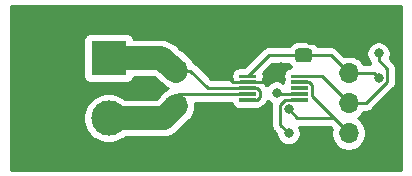
<source format=gbr>
G04 #@! TF.GenerationSoftware,KiCad,Pcbnew,5.1.5*
G04 #@! TF.CreationDate,2020-01-04T22:00:14+01:00*
G04 #@! TF.ProjectId,cs_ina220,63735f69-6e61-4323-9230-2e6b69636164,rev?*
G04 #@! TF.SameCoordinates,Original*
G04 #@! TF.FileFunction,Copper,L1,Top*
G04 #@! TF.FilePolarity,Positive*
%FSLAX46Y46*%
G04 Gerber Fmt 4.6, Leading zero omitted, Abs format (unit mm)*
G04 Created by KiCad (PCBNEW 5.1.5) date 2020-01-04 22:00:14*
%MOMM*%
%LPD*%
G04 APERTURE LIST*
%ADD10C,0.700000*%
%ADD11C,4.400000*%
%ADD12C,0.100000*%
%ADD13C,3.000000*%
%ADD14R,3.000000X3.000000*%
%ADD15O,1.700000X1.700000*%
%ADD16R,1.700000X1.700000*%
%ADD17C,0.800000*%
%ADD18C,0.250000*%
%ADD19C,2.000000*%
%ADD20C,0.254000*%
G04 APERTURE END LIST*
D10*
X121816726Y-94083274D03*
X120650000Y-93600000D03*
X119483274Y-94083274D03*
X119000000Y-95250000D03*
X119483274Y-96416726D03*
X120650000Y-96900000D03*
X121816726Y-96416726D03*
X122300000Y-95250000D03*
D11*
X120650000Y-95250000D03*
D10*
X121816726Y-86463274D03*
X120650000Y-85980000D03*
X119483274Y-86463274D03*
X119000000Y-87630000D03*
X119483274Y-88796726D03*
X120650000Y-89280000D03*
X121816726Y-88796726D03*
X122300000Y-87630000D03*
D11*
X120650000Y-87630000D03*
G04 #@! TA.AperFunction,SMDPad,CuDef*
D12*
G36*
X124187351Y-92290361D02*
G01*
X124194632Y-92291441D01*
X124201771Y-92293229D01*
X124208701Y-92295709D01*
X124215355Y-92298856D01*
X124221668Y-92302640D01*
X124227579Y-92307024D01*
X124233033Y-92311967D01*
X124237976Y-92317421D01*
X124242360Y-92323332D01*
X124246144Y-92329645D01*
X124249291Y-92336299D01*
X124251771Y-92343229D01*
X124253559Y-92350368D01*
X124254639Y-92357649D01*
X124255000Y-92365000D01*
X124255000Y-92515000D01*
X124254639Y-92522351D01*
X124253559Y-92529632D01*
X124251771Y-92536771D01*
X124249291Y-92543701D01*
X124246144Y-92550355D01*
X124242360Y-92556668D01*
X124237976Y-92562579D01*
X124233033Y-92568033D01*
X124227579Y-92572976D01*
X124221668Y-92577360D01*
X124215355Y-92581144D01*
X124208701Y-92584291D01*
X124201771Y-92586771D01*
X124194632Y-92588559D01*
X124187351Y-92589639D01*
X124180000Y-92590000D01*
X122880000Y-92590000D01*
X122872649Y-92589639D01*
X122865368Y-92588559D01*
X122858229Y-92586771D01*
X122851299Y-92584291D01*
X122844645Y-92581144D01*
X122838332Y-92577360D01*
X122832421Y-92572976D01*
X122826967Y-92568033D01*
X122822024Y-92562579D01*
X122817640Y-92556668D01*
X122813856Y-92550355D01*
X122810709Y-92543701D01*
X122808229Y-92536771D01*
X122806441Y-92529632D01*
X122805361Y-92522351D01*
X122805000Y-92515000D01*
X122805000Y-92365000D01*
X122805361Y-92357649D01*
X122806441Y-92350368D01*
X122808229Y-92343229D01*
X122810709Y-92336299D01*
X122813856Y-92329645D01*
X122817640Y-92323332D01*
X122822024Y-92317421D01*
X122826967Y-92311967D01*
X122832421Y-92307024D01*
X122838332Y-92302640D01*
X122844645Y-92298856D01*
X122851299Y-92295709D01*
X122858229Y-92293229D01*
X122865368Y-92291441D01*
X122872649Y-92290361D01*
X122880000Y-92290000D01*
X124180000Y-92290000D01*
X124187351Y-92290361D01*
G37*
G04 #@! TD.AperFunction*
G04 #@! TA.AperFunction,SMDPad,CuDef*
G36*
X124187351Y-91790361D02*
G01*
X124194632Y-91791441D01*
X124201771Y-91793229D01*
X124208701Y-91795709D01*
X124215355Y-91798856D01*
X124221668Y-91802640D01*
X124227579Y-91807024D01*
X124233033Y-91811967D01*
X124237976Y-91817421D01*
X124242360Y-91823332D01*
X124246144Y-91829645D01*
X124249291Y-91836299D01*
X124251771Y-91843229D01*
X124253559Y-91850368D01*
X124254639Y-91857649D01*
X124255000Y-91865000D01*
X124255000Y-92015000D01*
X124254639Y-92022351D01*
X124253559Y-92029632D01*
X124251771Y-92036771D01*
X124249291Y-92043701D01*
X124246144Y-92050355D01*
X124242360Y-92056668D01*
X124237976Y-92062579D01*
X124233033Y-92068033D01*
X124227579Y-92072976D01*
X124221668Y-92077360D01*
X124215355Y-92081144D01*
X124208701Y-92084291D01*
X124201771Y-92086771D01*
X124194632Y-92088559D01*
X124187351Y-92089639D01*
X124180000Y-92090000D01*
X122880000Y-92090000D01*
X122872649Y-92089639D01*
X122865368Y-92088559D01*
X122858229Y-92086771D01*
X122851299Y-92084291D01*
X122844645Y-92081144D01*
X122838332Y-92077360D01*
X122832421Y-92072976D01*
X122826967Y-92068033D01*
X122822024Y-92062579D01*
X122817640Y-92056668D01*
X122813856Y-92050355D01*
X122810709Y-92043701D01*
X122808229Y-92036771D01*
X122806441Y-92029632D01*
X122805361Y-92022351D01*
X122805000Y-92015000D01*
X122805000Y-91865000D01*
X122805361Y-91857649D01*
X122806441Y-91850368D01*
X122808229Y-91843229D01*
X122810709Y-91836299D01*
X122813856Y-91829645D01*
X122817640Y-91823332D01*
X122822024Y-91817421D01*
X122826967Y-91811967D01*
X122832421Y-91807024D01*
X122838332Y-91802640D01*
X122844645Y-91798856D01*
X122851299Y-91795709D01*
X122858229Y-91793229D01*
X122865368Y-91791441D01*
X122872649Y-91790361D01*
X122880000Y-91790000D01*
X124180000Y-91790000D01*
X124187351Y-91790361D01*
G37*
G04 #@! TD.AperFunction*
G04 #@! TA.AperFunction,SMDPad,CuDef*
G36*
X124187351Y-91290361D02*
G01*
X124194632Y-91291441D01*
X124201771Y-91293229D01*
X124208701Y-91295709D01*
X124215355Y-91298856D01*
X124221668Y-91302640D01*
X124227579Y-91307024D01*
X124233033Y-91311967D01*
X124237976Y-91317421D01*
X124242360Y-91323332D01*
X124246144Y-91329645D01*
X124249291Y-91336299D01*
X124251771Y-91343229D01*
X124253559Y-91350368D01*
X124254639Y-91357649D01*
X124255000Y-91365000D01*
X124255000Y-91515000D01*
X124254639Y-91522351D01*
X124253559Y-91529632D01*
X124251771Y-91536771D01*
X124249291Y-91543701D01*
X124246144Y-91550355D01*
X124242360Y-91556668D01*
X124237976Y-91562579D01*
X124233033Y-91568033D01*
X124227579Y-91572976D01*
X124221668Y-91577360D01*
X124215355Y-91581144D01*
X124208701Y-91584291D01*
X124201771Y-91586771D01*
X124194632Y-91588559D01*
X124187351Y-91589639D01*
X124180000Y-91590000D01*
X122880000Y-91590000D01*
X122872649Y-91589639D01*
X122865368Y-91588559D01*
X122858229Y-91586771D01*
X122851299Y-91584291D01*
X122844645Y-91581144D01*
X122838332Y-91577360D01*
X122832421Y-91572976D01*
X122826967Y-91568033D01*
X122822024Y-91562579D01*
X122817640Y-91556668D01*
X122813856Y-91550355D01*
X122810709Y-91543701D01*
X122808229Y-91536771D01*
X122806441Y-91529632D01*
X122805361Y-91522351D01*
X122805000Y-91515000D01*
X122805000Y-91365000D01*
X122805361Y-91357649D01*
X122806441Y-91350368D01*
X122808229Y-91343229D01*
X122810709Y-91336299D01*
X122813856Y-91329645D01*
X122817640Y-91323332D01*
X122822024Y-91317421D01*
X122826967Y-91311967D01*
X122832421Y-91307024D01*
X122838332Y-91302640D01*
X122844645Y-91298856D01*
X122851299Y-91295709D01*
X122858229Y-91293229D01*
X122865368Y-91291441D01*
X122872649Y-91290361D01*
X122880000Y-91290000D01*
X124180000Y-91290000D01*
X124187351Y-91290361D01*
G37*
G04 #@! TD.AperFunction*
G04 #@! TA.AperFunction,SMDPad,CuDef*
G36*
X124187351Y-90790361D02*
G01*
X124194632Y-90791441D01*
X124201771Y-90793229D01*
X124208701Y-90795709D01*
X124215355Y-90798856D01*
X124221668Y-90802640D01*
X124227579Y-90807024D01*
X124233033Y-90811967D01*
X124237976Y-90817421D01*
X124242360Y-90823332D01*
X124246144Y-90829645D01*
X124249291Y-90836299D01*
X124251771Y-90843229D01*
X124253559Y-90850368D01*
X124254639Y-90857649D01*
X124255000Y-90865000D01*
X124255000Y-91015000D01*
X124254639Y-91022351D01*
X124253559Y-91029632D01*
X124251771Y-91036771D01*
X124249291Y-91043701D01*
X124246144Y-91050355D01*
X124242360Y-91056668D01*
X124237976Y-91062579D01*
X124233033Y-91068033D01*
X124227579Y-91072976D01*
X124221668Y-91077360D01*
X124215355Y-91081144D01*
X124208701Y-91084291D01*
X124201771Y-91086771D01*
X124194632Y-91088559D01*
X124187351Y-91089639D01*
X124180000Y-91090000D01*
X122880000Y-91090000D01*
X122872649Y-91089639D01*
X122865368Y-91088559D01*
X122858229Y-91086771D01*
X122851299Y-91084291D01*
X122844645Y-91081144D01*
X122838332Y-91077360D01*
X122832421Y-91072976D01*
X122826967Y-91068033D01*
X122822024Y-91062579D01*
X122817640Y-91056668D01*
X122813856Y-91050355D01*
X122810709Y-91043701D01*
X122808229Y-91036771D01*
X122806441Y-91029632D01*
X122805361Y-91022351D01*
X122805000Y-91015000D01*
X122805000Y-90865000D01*
X122805361Y-90857649D01*
X122806441Y-90850368D01*
X122808229Y-90843229D01*
X122810709Y-90836299D01*
X122813856Y-90829645D01*
X122817640Y-90823332D01*
X122822024Y-90817421D01*
X122826967Y-90811967D01*
X122832421Y-90807024D01*
X122838332Y-90802640D01*
X122844645Y-90798856D01*
X122851299Y-90795709D01*
X122858229Y-90793229D01*
X122865368Y-90791441D01*
X122872649Y-90790361D01*
X122880000Y-90790000D01*
X124180000Y-90790000D01*
X124187351Y-90790361D01*
G37*
G04 #@! TD.AperFunction*
G04 #@! TA.AperFunction,SMDPad,CuDef*
G36*
X124187351Y-90290361D02*
G01*
X124194632Y-90291441D01*
X124201771Y-90293229D01*
X124208701Y-90295709D01*
X124215355Y-90298856D01*
X124221668Y-90302640D01*
X124227579Y-90307024D01*
X124233033Y-90311967D01*
X124237976Y-90317421D01*
X124242360Y-90323332D01*
X124246144Y-90329645D01*
X124249291Y-90336299D01*
X124251771Y-90343229D01*
X124253559Y-90350368D01*
X124254639Y-90357649D01*
X124255000Y-90365000D01*
X124255000Y-90515000D01*
X124254639Y-90522351D01*
X124253559Y-90529632D01*
X124251771Y-90536771D01*
X124249291Y-90543701D01*
X124246144Y-90550355D01*
X124242360Y-90556668D01*
X124237976Y-90562579D01*
X124233033Y-90568033D01*
X124227579Y-90572976D01*
X124221668Y-90577360D01*
X124215355Y-90581144D01*
X124208701Y-90584291D01*
X124201771Y-90586771D01*
X124194632Y-90588559D01*
X124187351Y-90589639D01*
X124180000Y-90590000D01*
X122880000Y-90590000D01*
X122872649Y-90589639D01*
X122865368Y-90588559D01*
X122858229Y-90586771D01*
X122851299Y-90584291D01*
X122844645Y-90581144D01*
X122838332Y-90577360D01*
X122832421Y-90572976D01*
X122826967Y-90568033D01*
X122822024Y-90562579D01*
X122817640Y-90556668D01*
X122813856Y-90550355D01*
X122810709Y-90543701D01*
X122808229Y-90536771D01*
X122806441Y-90529632D01*
X122805361Y-90522351D01*
X122805000Y-90515000D01*
X122805000Y-90365000D01*
X122805361Y-90357649D01*
X122806441Y-90350368D01*
X122808229Y-90343229D01*
X122810709Y-90336299D01*
X122813856Y-90329645D01*
X122817640Y-90323332D01*
X122822024Y-90317421D01*
X122826967Y-90311967D01*
X122832421Y-90307024D01*
X122838332Y-90302640D01*
X122844645Y-90298856D01*
X122851299Y-90295709D01*
X122858229Y-90293229D01*
X122865368Y-90291441D01*
X122872649Y-90290361D01*
X122880000Y-90290000D01*
X124180000Y-90290000D01*
X124187351Y-90290361D01*
G37*
G04 #@! TD.AperFunction*
G04 #@! TA.AperFunction,SMDPad,CuDef*
G36*
X128587351Y-90290361D02*
G01*
X128594632Y-90291441D01*
X128601771Y-90293229D01*
X128608701Y-90295709D01*
X128615355Y-90298856D01*
X128621668Y-90302640D01*
X128627579Y-90307024D01*
X128633033Y-90311967D01*
X128637976Y-90317421D01*
X128642360Y-90323332D01*
X128646144Y-90329645D01*
X128649291Y-90336299D01*
X128651771Y-90343229D01*
X128653559Y-90350368D01*
X128654639Y-90357649D01*
X128655000Y-90365000D01*
X128655000Y-90515000D01*
X128654639Y-90522351D01*
X128653559Y-90529632D01*
X128651771Y-90536771D01*
X128649291Y-90543701D01*
X128646144Y-90550355D01*
X128642360Y-90556668D01*
X128637976Y-90562579D01*
X128633033Y-90568033D01*
X128627579Y-90572976D01*
X128621668Y-90577360D01*
X128615355Y-90581144D01*
X128608701Y-90584291D01*
X128601771Y-90586771D01*
X128594632Y-90588559D01*
X128587351Y-90589639D01*
X128580000Y-90590000D01*
X127280000Y-90590000D01*
X127272649Y-90589639D01*
X127265368Y-90588559D01*
X127258229Y-90586771D01*
X127251299Y-90584291D01*
X127244645Y-90581144D01*
X127238332Y-90577360D01*
X127232421Y-90572976D01*
X127226967Y-90568033D01*
X127222024Y-90562579D01*
X127217640Y-90556668D01*
X127213856Y-90550355D01*
X127210709Y-90543701D01*
X127208229Y-90536771D01*
X127206441Y-90529632D01*
X127205361Y-90522351D01*
X127205000Y-90515000D01*
X127205000Y-90365000D01*
X127205361Y-90357649D01*
X127206441Y-90350368D01*
X127208229Y-90343229D01*
X127210709Y-90336299D01*
X127213856Y-90329645D01*
X127217640Y-90323332D01*
X127222024Y-90317421D01*
X127226967Y-90311967D01*
X127232421Y-90307024D01*
X127238332Y-90302640D01*
X127244645Y-90298856D01*
X127251299Y-90295709D01*
X127258229Y-90293229D01*
X127265368Y-90291441D01*
X127272649Y-90290361D01*
X127280000Y-90290000D01*
X128580000Y-90290000D01*
X128587351Y-90290361D01*
G37*
G04 #@! TD.AperFunction*
G04 #@! TA.AperFunction,SMDPad,CuDef*
G36*
X128587351Y-90790361D02*
G01*
X128594632Y-90791441D01*
X128601771Y-90793229D01*
X128608701Y-90795709D01*
X128615355Y-90798856D01*
X128621668Y-90802640D01*
X128627579Y-90807024D01*
X128633033Y-90811967D01*
X128637976Y-90817421D01*
X128642360Y-90823332D01*
X128646144Y-90829645D01*
X128649291Y-90836299D01*
X128651771Y-90843229D01*
X128653559Y-90850368D01*
X128654639Y-90857649D01*
X128655000Y-90865000D01*
X128655000Y-91015000D01*
X128654639Y-91022351D01*
X128653559Y-91029632D01*
X128651771Y-91036771D01*
X128649291Y-91043701D01*
X128646144Y-91050355D01*
X128642360Y-91056668D01*
X128637976Y-91062579D01*
X128633033Y-91068033D01*
X128627579Y-91072976D01*
X128621668Y-91077360D01*
X128615355Y-91081144D01*
X128608701Y-91084291D01*
X128601771Y-91086771D01*
X128594632Y-91088559D01*
X128587351Y-91089639D01*
X128580000Y-91090000D01*
X127280000Y-91090000D01*
X127272649Y-91089639D01*
X127265368Y-91088559D01*
X127258229Y-91086771D01*
X127251299Y-91084291D01*
X127244645Y-91081144D01*
X127238332Y-91077360D01*
X127232421Y-91072976D01*
X127226967Y-91068033D01*
X127222024Y-91062579D01*
X127217640Y-91056668D01*
X127213856Y-91050355D01*
X127210709Y-91043701D01*
X127208229Y-91036771D01*
X127206441Y-91029632D01*
X127205361Y-91022351D01*
X127205000Y-91015000D01*
X127205000Y-90865000D01*
X127205361Y-90857649D01*
X127206441Y-90850368D01*
X127208229Y-90843229D01*
X127210709Y-90836299D01*
X127213856Y-90829645D01*
X127217640Y-90823332D01*
X127222024Y-90817421D01*
X127226967Y-90811967D01*
X127232421Y-90807024D01*
X127238332Y-90802640D01*
X127244645Y-90798856D01*
X127251299Y-90795709D01*
X127258229Y-90793229D01*
X127265368Y-90791441D01*
X127272649Y-90790361D01*
X127280000Y-90790000D01*
X128580000Y-90790000D01*
X128587351Y-90790361D01*
G37*
G04 #@! TD.AperFunction*
G04 #@! TA.AperFunction,SMDPad,CuDef*
G36*
X128587351Y-91290361D02*
G01*
X128594632Y-91291441D01*
X128601771Y-91293229D01*
X128608701Y-91295709D01*
X128615355Y-91298856D01*
X128621668Y-91302640D01*
X128627579Y-91307024D01*
X128633033Y-91311967D01*
X128637976Y-91317421D01*
X128642360Y-91323332D01*
X128646144Y-91329645D01*
X128649291Y-91336299D01*
X128651771Y-91343229D01*
X128653559Y-91350368D01*
X128654639Y-91357649D01*
X128655000Y-91365000D01*
X128655000Y-91515000D01*
X128654639Y-91522351D01*
X128653559Y-91529632D01*
X128651771Y-91536771D01*
X128649291Y-91543701D01*
X128646144Y-91550355D01*
X128642360Y-91556668D01*
X128637976Y-91562579D01*
X128633033Y-91568033D01*
X128627579Y-91572976D01*
X128621668Y-91577360D01*
X128615355Y-91581144D01*
X128608701Y-91584291D01*
X128601771Y-91586771D01*
X128594632Y-91588559D01*
X128587351Y-91589639D01*
X128580000Y-91590000D01*
X127280000Y-91590000D01*
X127272649Y-91589639D01*
X127265368Y-91588559D01*
X127258229Y-91586771D01*
X127251299Y-91584291D01*
X127244645Y-91581144D01*
X127238332Y-91577360D01*
X127232421Y-91572976D01*
X127226967Y-91568033D01*
X127222024Y-91562579D01*
X127217640Y-91556668D01*
X127213856Y-91550355D01*
X127210709Y-91543701D01*
X127208229Y-91536771D01*
X127206441Y-91529632D01*
X127205361Y-91522351D01*
X127205000Y-91515000D01*
X127205000Y-91365000D01*
X127205361Y-91357649D01*
X127206441Y-91350368D01*
X127208229Y-91343229D01*
X127210709Y-91336299D01*
X127213856Y-91329645D01*
X127217640Y-91323332D01*
X127222024Y-91317421D01*
X127226967Y-91311967D01*
X127232421Y-91307024D01*
X127238332Y-91302640D01*
X127244645Y-91298856D01*
X127251299Y-91295709D01*
X127258229Y-91293229D01*
X127265368Y-91291441D01*
X127272649Y-91290361D01*
X127280000Y-91290000D01*
X128580000Y-91290000D01*
X128587351Y-91290361D01*
G37*
G04 #@! TD.AperFunction*
G04 #@! TA.AperFunction,SMDPad,CuDef*
G36*
X128587351Y-91790361D02*
G01*
X128594632Y-91791441D01*
X128601771Y-91793229D01*
X128608701Y-91795709D01*
X128615355Y-91798856D01*
X128621668Y-91802640D01*
X128627579Y-91807024D01*
X128633033Y-91811967D01*
X128637976Y-91817421D01*
X128642360Y-91823332D01*
X128646144Y-91829645D01*
X128649291Y-91836299D01*
X128651771Y-91843229D01*
X128653559Y-91850368D01*
X128654639Y-91857649D01*
X128655000Y-91865000D01*
X128655000Y-92015000D01*
X128654639Y-92022351D01*
X128653559Y-92029632D01*
X128651771Y-92036771D01*
X128649291Y-92043701D01*
X128646144Y-92050355D01*
X128642360Y-92056668D01*
X128637976Y-92062579D01*
X128633033Y-92068033D01*
X128627579Y-92072976D01*
X128621668Y-92077360D01*
X128615355Y-92081144D01*
X128608701Y-92084291D01*
X128601771Y-92086771D01*
X128594632Y-92088559D01*
X128587351Y-92089639D01*
X128580000Y-92090000D01*
X127280000Y-92090000D01*
X127272649Y-92089639D01*
X127265368Y-92088559D01*
X127258229Y-92086771D01*
X127251299Y-92084291D01*
X127244645Y-92081144D01*
X127238332Y-92077360D01*
X127232421Y-92072976D01*
X127226967Y-92068033D01*
X127222024Y-92062579D01*
X127217640Y-92056668D01*
X127213856Y-92050355D01*
X127210709Y-92043701D01*
X127208229Y-92036771D01*
X127206441Y-92029632D01*
X127205361Y-92022351D01*
X127205000Y-92015000D01*
X127205000Y-91865000D01*
X127205361Y-91857649D01*
X127206441Y-91850368D01*
X127208229Y-91843229D01*
X127210709Y-91836299D01*
X127213856Y-91829645D01*
X127217640Y-91823332D01*
X127222024Y-91817421D01*
X127226967Y-91811967D01*
X127232421Y-91807024D01*
X127238332Y-91802640D01*
X127244645Y-91798856D01*
X127251299Y-91795709D01*
X127258229Y-91793229D01*
X127265368Y-91791441D01*
X127272649Y-91790361D01*
X127280000Y-91790000D01*
X128580000Y-91790000D01*
X128587351Y-91790361D01*
G37*
G04 #@! TD.AperFunction*
G04 #@! TA.AperFunction,SMDPad,CuDef*
G36*
X128587351Y-92290361D02*
G01*
X128594632Y-92291441D01*
X128601771Y-92293229D01*
X128608701Y-92295709D01*
X128615355Y-92298856D01*
X128621668Y-92302640D01*
X128627579Y-92307024D01*
X128633033Y-92311967D01*
X128637976Y-92317421D01*
X128642360Y-92323332D01*
X128646144Y-92329645D01*
X128649291Y-92336299D01*
X128651771Y-92343229D01*
X128653559Y-92350368D01*
X128654639Y-92357649D01*
X128655000Y-92365000D01*
X128655000Y-92515000D01*
X128654639Y-92522351D01*
X128653559Y-92529632D01*
X128651771Y-92536771D01*
X128649291Y-92543701D01*
X128646144Y-92550355D01*
X128642360Y-92556668D01*
X128637976Y-92562579D01*
X128633033Y-92568033D01*
X128627579Y-92572976D01*
X128621668Y-92577360D01*
X128615355Y-92581144D01*
X128608701Y-92584291D01*
X128601771Y-92586771D01*
X128594632Y-92588559D01*
X128587351Y-92589639D01*
X128580000Y-92590000D01*
X127280000Y-92590000D01*
X127272649Y-92589639D01*
X127265368Y-92588559D01*
X127258229Y-92586771D01*
X127251299Y-92584291D01*
X127244645Y-92581144D01*
X127238332Y-92577360D01*
X127232421Y-92572976D01*
X127226967Y-92568033D01*
X127222024Y-92562579D01*
X127217640Y-92556668D01*
X127213856Y-92550355D01*
X127210709Y-92543701D01*
X127208229Y-92536771D01*
X127206441Y-92529632D01*
X127205361Y-92522351D01*
X127205000Y-92515000D01*
X127205000Y-92365000D01*
X127205361Y-92357649D01*
X127206441Y-92350368D01*
X127208229Y-92343229D01*
X127210709Y-92336299D01*
X127213856Y-92329645D01*
X127217640Y-92323332D01*
X127222024Y-92317421D01*
X127226967Y-92311967D01*
X127232421Y-92307024D01*
X127238332Y-92302640D01*
X127244645Y-92298856D01*
X127251299Y-92295709D01*
X127258229Y-92293229D01*
X127265368Y-92291441D01*
X127272649Y-92290361D01*
X127280000Y-92290000D01*
X128580000Y-92290000D01*
X128587351Y-92290361D01*
G37*
G04 #@! TD.AperFunction*
G04 #@! TA.AperFunction,SMDPad,CuDef*
G36*
X118124504Y-92216204D02*
G01*
X118148773Y-92219804D01*
X118172571Y-92225765D01*
X118195671Y-92234030D01*
X118217849Y-92244520D01*
X118238893Y-92257133D01*
X118258598Y-92271747D01*
X118276777Y-92288223D01*
X118293253Y-92306402D01*
X118307867Y-92326107D01*
X118320480Y-92347151D01*
X118330970Y-92369329D01*
X118339235Y-92392429D01*
X118345196Y-92416227D01*
X118348796Y-92440496D01*
X118350000Y-92465000D01*
X118350000Y-93390000D01*
X118348796Y-93414504D01*
X118345196Y-93438773D01*
X118339235Y-93462571D01*
X118330970Y-93485671D01*
X118320480Y-93507849D01*
X118307867Y-93528893D01*
X118293253Y-93548598D01*
X118276777Y-93566777D01*
X118258598Y-93583253D01*
X118238893Y-93597867D01*
X118217849Y-93610480D01*
X118195671Y-93620970D01*
X118172571Y-93629235D01*
X118148773Y-93635196D01*
X118124504Y-93638796D01*
X118100000Y-93640000D01*
X116850000Y-93640000D01*
X116825496Y-93638796D01*
X116801227Y-93635196D01*
X116777429Y-93629235D01*
X116754329Y-93620970D01*
X116732151Y-93610480D01*
X116711107Y-93597867D01*
X116691402Y-93583253D01*
X116673223Y-93566777D01*
X116656747Y-93548598D01*
X116642133Y-93528893D01*
X116629520Y-93507849D01*
X116619030Y-93485671D01*
X116610765Y-93462571D01*
X116604804Y-93438773D01*
X116601204Y-93414504D01*
X116600000Y-93390000D01*
X116600000Y-92465000D01*
X116601204Y-92440496D01*
X116604804Y-92416227D01*
X116610765Y-92392429D01*
X116619030Y-92369329D01*
X116629520Y-92347151D01*
X116642133Y-92326107D01*
X116656747Y-92306402D01*
X116673223Y-92288223D01*
X116691402Y-92271747D01*
X116711107Y-92257133D01*
X116732151Y-92244520D01*
X116754329Y-92234030D01*
X116777429Y-92225765D01*
X116801227Y-92219804D01*
X116825496Y-92216204D01*
X116850000Y-92215000D01*
X118100000Y-92215000D01*
X118124504Y-92216204D01*
G37*
G04 #@! TD.AperFunction*
G04 #@! TA.AperFunction,SMDPad,CuDef*
G36*
X118124504Y-89241204D02*
G01*
X118148773Y-89244804D01*
X118172571Y-89250765D01*
X118195671Y-89259030D01*
X118217849Y-89269520D01*
X118238893Y-89282133D01*
X118258598Y-89296747D01*
X118276777Y-89313223D01*
X118293253Y-89331402D01*
X118307867Y-89351107D01*
X118320480Y-89372151D01*
X118330970Y-89394329D01*
X118339235Y-89417429D01*
X118345196Y-89441227D01*
X118348796Y-89465496D01*
X118350000Y-89490000D01*
X118350000Y-90415000D01*
X118348796Y-90439504D01*
X118345196Y-90463773D01*
X118339235Y-90487571D01*
X118330970Y-90510671D01*
X118320480Y-90532849D01*
X118307867Y-90553893D01*
X118293253Y-90573598D01*
X118276777Y-90591777D01*
X118258598Y-90608253D01*
X118238893Y-90622867D01*
X118217849Y-90635480D01*
X118195671Y-90645970D01*
X118172571Y-90654235D01*
X118148773Y-90660196D01*
X118124504Y-90663796D01*
X118100000Y-90665000D01*
X116850000Y-90665000D01*
X116825496Y-90663796D01*
X116801227Y-90660196D01*
X116777429Y-90654235D01*
X116754329Y-90645970D01*
X116732151Y-90635480D01*
X116711107Y-90622867D01*
X116691402Y-90608253D01*
X116673223Y-90591777D01*
X116656747Y-90573598D01*
X116642133Y-90553893D01*
X116629520Y-90532849D01*
X116619030Y-90510671D01*
X116610765Y-90487571D01*
X116604804Y-90463773D01*
X116601204Y-90439504D01*
X116600000Y-90415000D01*
X116600000Y-89490000D01*
X116601204Y-89465496D01*
X116604804Y-89441227D01*
X116610765Y-89417429D01*
X116619030Y-89394329D01*
X116629520Y-89372151D01*
X116642133Y-89351107D01*
X116656747Y-89331402D01*
X116673223Y-89313223D01*
X116691402Y-89296747D01*
X116711107Y-89282133D01*
X116732151Y-89269520D01*
X116754329Y-89259030D01*
X116777429Y-89250765D01*
X116801227Y-89244804D01*
X116825496Y-89241204D01*
X116850000Y-89240000D01*
X118100000Y-89240000D01*
X118124504Y-89241204D01*
G37*
G04 #@! TD.AperFunction*
D13*
X111760000Y-93980000D03*
D14*
X111760000Y-88900000D03*
D15*
X132080000Y-95250000D03*
X132080000Y-92710000D03*
X132080000Y-90170000D03*
D16*
X132080000Y-87630000D03*
G04 #@! TA.AperFunction,SMDPad,CuDef*
D12*
G36*
X128744505Y-88081204D02*
G01*
X128768773Y-88084804D01*
X128792572Y-88090765D01*
X128815671Y-88099030D01*
X128837850Y-88109520D01*
X128858893Y-88122132D01*
X128878599Y-88136747D01*
X128896777Y-88153223D01*
X128913253Y-88171401D01*
X128927868Y-88191107D01*
X128940480Y-88212150D01*
X128950970Y-88234329D01*
X128959235Y-88257428D01*
X128965196Y-88281227D01*
X128968796Y-88305495D01*
X128970000Y-88329999D01*
X128970000Y-88980001D01*
X128968796Y-89004505D01*
X128965196Y-89028773D01*
X128959235Y-89052572D01*
X128950970Y-89075671D01*
X128940480Y-89097850D01*
X128927868Y-89118893D01*
X128913253Y-89138599D01*
X128896777Y-89156777D01*
X128878599Y-89173253D01*
X128858893Y-89187868D01*
X128837850Y-89200480D01*
X128815671Y-89210970D01*
X128792572Y-89219235D01*
X128768773Y-89225196D01*
X128744505Y-89228796D01*
X128720001Y-89230000D01*
X127819999Y-89230000D01*
X127795495Y-89228796D01*
X127771227Y-89225196D01*
X127747428Y-89219235D01*
X127724329Y-89210970D01*
X127702150Y-89200480D01*
X127681107Y-89187868D01*
X127661401Y-89173253D01*
X127643223Y-89156777D01*
X127626747Y-89138599D01*
X127612132Y-89118893D01*
X127599520Y-89097850D01*
X127589030Y-89075671D01*
X127580765Y-89052572D01*
X127574804Y-89028773D01*
X127571204Y-89004505D01*
X127570000Y-88980001D01*
X127570000Y-88329999D01*
X127571204Y-88305495D01*
X127574804Y-88281227D01*
X127580765Y-88257428D01*
X127589030Y-88234329D01*
X127599520Y-88212150D01*
X127612132Y-88191107D01*
X127626747Y-88171401D01*
X127643223Y-88153223D01*
X127661401Y-88136747D01*
X127681107Y-88122132D01*
X127702150Y-88109520D01*
X127724329Y-88099030D01*
X127747428Y-88090765D01*
X127771227Y-88084804D01*
X127795495Y-88081204D01*
X127819999Y-88080000D01*
X128720001Y-88080000D01*
X128744505Y-88081204D01*
G37*
G04 #@! TD.AperFunction*
G04 #@! TA.AperFunction,SMDPad,CuDef*
G36*
X128744505Y-86031204D02*
G01*
X128768773Y-86034804D01*
X128792572Y-86040765D01*
X128815671Y-86049030D01*
X128837850Y-86059520D01*
X128858893Y-86072132D01*
X128878599Y-86086747D01*
X128896777Y-86103223D01*
X128913253Y-86121401D01*
X128927868Y-86141107D01*
X128940480Y-86162150D01*
X128950970Y-86184329D01*
X128959235Y-86207428D01*
X128965196Y-86231227D01*
X128968796Y-86255495D01*
X128970000Y-86279999D01*
X128970000Y-86930001D01*
X128968796Y-86954505D01*
X128965196Y-86978773D01*
X128959235Y-87002572D01*
X128950970Y-87025671D01*
X128940480Y-87047850D01*
X128927868Y-87068893D01*
X128913253Y-87088599D01*
X128896777Y-87106777D01*
X128878599Y-87123253D01*
X128858893Y-87137868D01*
X128837850Y-87150480D01*
X128815671Y-87160970D01*
X128792572Y-87169235D01*
X128768773Y-87175196D01*
X128744505Y-87178796D01*
X128720001Y-87180000D01*
X127819999Y-87180000D01*
X127795495Y-87178796D01*
X127771227Y-87175196D01*
X127747428Y-87169235D01*
X127724329Y-87160970D01*
X127702150Y-87150480D01*
X127681107Y-87137868D01*
X127661401Y-87123253D01*
X127643223Y-87106777D01*
X127626747Y-87088599D01*
X127612132Y-87068893D01*
X127599520Y-87047850D01*
X127589030Y-87025671D01*
X127580765Y-87002572D01*
X127574804Y-86978773D01*
X127571204Y-86954505D01*
X127570000Y-86930001D01*
X127570000Y-86279999D01*
X127571204Y-86255495D01*
X127574804Y-86231227D01*
X127580765Y-86207428D01*
X127589030Y-86184329D01*
X127599520Y-86162150D01*
X127612132Y-86141107D01*
X127626747Y-86121401D01*
X127643223Y-86103223D01*
X127661401Y-86086747D01*
X127681107Y-86072132D01*
X127702150Y-86059520D01*
X127724329Y-86049030D01*
X127747428Y-86040765D01*
X127771227Y-86034804D01*
X127795495Y-86031204D01*
X127819999Y-86030000D01*
X128720001Y-86030000D01*
X128744505Y-86031204D01*
G37*
G04 #@! TD.AperFunction*
D17*
X134620000Y-90560000D03*
X127000000Y-97282000D03*
X126365000Y-89662000D03*
X127000000Y-93250000D03*
X134620000Y-88510000D03*
X127000000Y-95250000D03*
X125984000Y-91821000D03*
D18*
X130565000Y-88655000D02*
X132080000Y-90170000D01*
X128270000Y-88655000D02*
X130565000Y-88655000D01*
X125315000Y-88655000D02*
X128270000Y-88655000D01*
X123530000Y-90440000D02*
X125315000Y-88655000D01*
X132080000Y-90170000D02*
X134230000Y-90170000D01*
X134230000Y-90170000D02*
X134620000Y-90560000D01*
X128270000Y-87180000D02*
X128270000Y-86605000D01*
X128720000Y-87630000D02*
X128270000Y-87180000D01*
X132080000Y-87630000D02*
X128720000Y-87630000D01*
X125468000Y-90940000D02*
X126873000Y-89535000D01*
X123530000Y-90940000D02*
X125468000Y-90940000D01*
X123530000Y-90940000D02*
X122309000Y-90940000D01*
X122309000Y-90940000D02*
X121539000Y-90170000D01*
X119040000Y-93980000D02*
X119380000Y-93640000D01*
X119380000Y-89240000D02*
X119040000Y-88900000D01*
X120650000Y-89280000D02*
X120650000Y-87630000D01*
X121539000Y-90169000D02*
X120650000Y-89280000D01*
X121539000Y-90170000D02*
X121539000Y-90169000D01*
X128980010Y-91199308D02*
X128720702Y-90940000D01*
X128720702Y-90940000D02*
X127930000Y-90940000D01*
X128980010Y-92150010D02*
X128980010Y-91199308D01*
X130810000Y-93980000D02*
X127730000Y-93980000D01*
X127730000Y-93980000D02*
X127000000Y-93250000D01*
X130810000Y-93980000D02*
X128980010Y-92150010D01*
X132080000Y-95250000D02*
X130810000Y-93980000D01*
X129810000Y-90440000D02*
X127930000Y-90440000D01*
X132080000Y-92710000D02*
X129810000Y-90440000D01*
X133282081Y-92710000D02*
X132080000Y-92710000D01*
X133543002Y-92710000D02*
X133282081Y-92710000D01*
X135345001Y-90908001D02*
X133543002Y-92710000D01*
X135345001Y-89810001D02*
X135345001Y-90908001D01*
X134620000Y-89085000D02*
X135345001Y-89810001D01*
X134620000Y-88510000D02*
X134620000Y-89085000D01*
X126274999Y-94524999D02*
X127000000Y-95250000D01*
X126274999Y-92901999D02*
X126274999Y-94524999D01*
X126736998Y-92440000D02*
X126274999Y-92901999D01*
X127930000Y-92440000D02*
X126736998Y-92440000D01*
X126103000Y-91940000D02*
X127930000Y-91940000D01*
X125984000Y-91821000D02*
X126103000Y-91940000D01*
X117475000Y-92215000D02*
X117475000Y-92927500D01*
X117750000Y-91940000D02*
X117475000Y-92215000D01*
X123530000Y-91940000D02*
X117750000Y-91940000D01*
D19*
X117475000Y-92927500D02*
X116422500Y-93980000D01*
X116422500Y-93980000D02*
X111760000Y-93980000D01*
D18*
X124320702Y-91440000D02*
X124255000Y-91440000D01*
X124580010Y-91699308D02*
X124320702Y-91440000D01*
X124580010Y-92180692D02*
X124580010Y-91699308D01*
X124255000Y-91440000D02*
X123530000Y-91440000D01*
X124320702Y-92440000D02*
X124580010Y-92180692D01*
X123530000Y-92440000D02*
X124320702Y-92440000D01*
X118667500Y-89952500D02*
X117475000Y-89952500D01*
X123530000Y-91440000D02*
X120155000Y-91440000D01*
X120155000Y-91440000D02*
X118667500Y-89952500D01*
X112812500Y-89952500D02*
X111760000Y-88900000D01*
D19*
X116205000Y-88900000D02*
X111542500Y-88900000D01*
D18*
X117475000Y-89952500D02*
X117475000Y-89240000D01*
D19*
X117475000Y-89952500D02*
X116205000Y-88900000D01*
D20*
G36*
X136500000Y-98400000D02*
G01*
X103530000Y-98400000D01*
X103530000Y-87400000D01*
X109621928Y-87400000D01*
X109621928Y-90400000D01*
X109634188Y-90524482D01*
X109670498Y-90644180D01*
X109729463Y-90754494D01*
X109808815Y-90851185D01*
X109905506Y-90930537D01*
X110015820Y-90989502D01*
X110135518Y-91025812D01*
X110260000Y-91038072D01*
X113260000Y-91038072D01*
X113384482Y-91025812D01*
X113504180Y-90989502D01*
X113614494Y-90930537D01*
X113711185Y-90851185D01*
X113790537Y-90754494D01*
X113849502Y-90644180D01*
X113882621Y-90535000D01*
X115615561Y-90535000D01*
X116208313Y-91026238D01*
X116222038Y-91042962D01*
X116356614Y-91153405D01*
X116371106Y-91161151D01*
X116493559Y-91262633D01*
X116693593Y-91397685D01*
X116791647Y-91438853D01*
X116562247Y-91561470D01*
X116375677Y-91714585D01*
X116371766Y-91718496D01*
X116356614Y-91726595D01*
X116222038Y-91837038D01*
X116111595Y-91971614D01*
X116103496Y-91986766D01*
X115745262Y-92345000D01*
X113144346Y-92345000D01*
X113120983Y-92321637D01*
X112771302Y-92087988D01*
X112382756Y-91927047D01*
X111970279Y-91845000D01*
X111549721Y-91845000D01*
X111137244Y-91927047D01*
X110748698Y-92087988D01*
X110399017Y-92321637D01*
X110101637Y-92619017D01*
X109867988Y-92968698D01*
X109707047Y-93357244D01*
X109625000Y-93769721D01*
X109625000Y-94190279D01*
X109707047Y-94602756D01*
X109867988Y-94991302D01*
X110101637Y-95340983D01*
X110399017Y-95638363D01*
X110748698Y-95872012D01*
X111137244Y-96032953D01*
X111549721Y-96115000D01*
X111970279Y-96115000D01*
X112382756Y-96032953D01*
X112771302Y-95872012D01*
X113120983Y-95638363D01*
X113144346Y-95615000D01*
X116342181Y-95615000D01*
X116422500Y-95622911D01*
X116502819Y-95615000D01*
X116502822Y-95615000D01*
X116743016Y-95591343D01*
X117051215Y-95497852D01*
X117335252Y-95346031D01*
X117584214Y-95141714D01*
X117635425Y-95079313D01*
X118578234Y-94136504D01*
X118593386Y-94128405D01*
X118727962Y-94017962D01*
X118838405Y-93883386D01*
X118920472Y-93729850D01*
X118947281Y-93641472D01*
X118992852Y-93556215D01*
X119086343Y-93248017D01*
X119117911Y-92927500D01*
X119095504Y-92700000D01*
X122194549Y-92700000D01*
X122221207Y-92787881D01*
X122287102Y-92911162D01*
X122375782Y-93019218D01*
X122483838Y-93107898D01*
X122607119Y-93173793D01*
X122740887Y-93214371D01*
X122880000Y-93228072D01*
X124180000Y-93228072D01*
X124319113Y-93214371D01*
X124370552Y-93198767D01*
X124469688Y-93189003D01*
X124612949Y-93145546D01*
X124744978Y-93074974D01*
X124860703Y-92980001D01*
X124884506Y-92950997D01*
X125091008Y-92744495D01*
X125120011Y-92720693D01*
X125214984Y-92604968D01*
X125246080Y-92546791D01*
X125324226Y-92624937D01*
X125493744Y-92738205D01*
X125526387Y-92751726D01*
X125525996Y-92753014D01*
X125514999Y-92864667D01*
X125514999Y-92864677D01*
X125511323Y-92901999D01*
X125514999Y-92939322D01*
X125515000Y-94487667D01*
X125511323Y-94524999D01*
X125515000Y-94562332D01*
X125518982Y-94602756D01*
X125525997Y-94673984D01*
X125569453Y-94817245D01*
X125640025Y-94949275D01*
X125711200Y-95036001D01*
X125734999Y-95065000D01*
X125763997Y-95088798D01*
X125965000Y-95289801D01*
X125965000Y-95351939D01*
X126004774Y-95551898D01*
X126082795Y-95740256D01*
X126196063Y-95909774D01*
X126340226Y-96053937D01*
X126509744Y-96167205D01*
X126698102Y-96245226D01*
X126898061Y-96285000D01*
X127101939Y-96285000D01*
X127301898Y-96245226D01*
X127490256Y-96167205D01*
X127659774Y-96053937D01*
X127803937Y-95909774D01*
X127917205Y-95740256D01*
X127995226Y-95551898D01*
X128035000Y-95351939D01*
X128035000Y-95148061D01*
X127995226Y-94948102D01*
X127917205Y-94759744D01*
X127904013Y-94740000D01*
X130495199Y-94740000D01*
X130638791Y-94883592D01*
X130595000Y-95103740D01*
X130595000Y-95396260D01*
X130652068Y-95683158D01*
X130764010Y-95953411D01*
X130926525Y-96196632D01*
X131133368Y-96403475D01*
X131376589Y-96565990D01*
X131646842Y-96677932D01*
X131933740Y-96735000D01*
X132226260Y-96735000D01*
X132513158Y-96677932D01*
X132783411Y-96565990D01*
X133026632Y-96403475D01*
X133233475Y-96196632D01*
X133395990Y-95953411D01*
X133507932Y-95683158D01*
X133565000Y-95396260D01*
X133565000Y-95103740D01*
X133507932Y-94816842D01*
X133395990Y-94546589D01*
X133233475Y-94303368D01*
X133026632Y-94096525D01*
X132852240Y-93980000D01*
X133026632Y-93863475D01*
X133233475Y-93656632D01*
X133358178Y-93470000D01*
X133505680Y-93470000D01*
X133543002Y-93473676D01*
X133580324Y-93470000D01*
X133580335Y-93470000D01*
X133691988Y-93459003D01*
X133835249Y-93415546D01*
X133967278Y-93344974D01*
X134083003Y-93250001D01*
X134106805Y-93220998D01*
X135856009Y-91471796D01*
X135885002Y-91448002D01*
X135908796Y-91419009D01*
X135908800Y-91419005D01*
X135979974Y-91332278D01*
X135984572Y-91323676D01*
X136050547Y-91200248D01*
X136094004Y-91056987D01*
X136105001Y-90945334D01*
X136105001Y-90945325D01*
X136108677Y-90908002D01*
X136105001Y-90870679D01*
X136105001Y-89847323D01*
X136108677Y-89810000D01*
X136105001Y-89772677D01*
X136105001Y-89772668D01*
X136094004Y-89661015D01*
X136050547Y-89517754D01*
X135979975Y-89385725D01*
X135885002Y-89270000D01*
X135856005Y-89246203D01*
X135558543Y-88948742D01*
X135615226Y-88811898D01*
X135655000Y-88611939D01*
X135655000Y-88408061D01*
X135615226Y-88208102D01*
X135537205Y-88019744D01*
X135423937Y-87850226D01*
X135279774Y-87706063D01*
X135110256Y-87592795D01*
X134921898Y-87514774D01*
X134721939Y-87475000D01*
X134518061Y-87475000D01*
X134318102Y-87514774D01*
X134129744Y-87592795D01*
X133960226Y-87706063D01*
X133816063Y-87850226D01*
X133702795Y-88019744D01*
X133624774Y-88208102D01*
X133585000Y-88408061D01*
X133585000Y-88611939D01*
X133624774Y-88811898D01*
X133702795Y-89000256D01*
X133816063Y-89169774D01*
X133869983Y-89223694D01*
X133870997Y-89233986D01*
X133914454Y-89377247D01*
X133931961Y-89410000D01*
X133358178Y-89410000D01*
X133233475Y-89223368D01*
X133026632Y-89016525D01*
X132783411Y-88854010D01*
X132513158Y-88742068D01*
X132226260Y-88685000D01*
X131933740Y-88685000D01*
X131713592Y-88728791D01*
X131128804Y-88144003D01*
X131105001Y-88114999D01*
X130989276Y-88020026D01*
X130857247Y-87949454D01*
X130713986Y-87905997D01*
X130602333Y-87895000D01*
X130602322Y-87895000D01*
X130565000Y-87891324D01*
X130527678Y-87895000D01*
X129489614Y-87895000D01*
X129458405Y-87836613D01*
X129347962Y-87702038D01*
X129213387Y-87591595D01*
X129059851Y-87509528D01*
X128893255Y-87458992D01*
X128720001Y-87441928D01*
X127819999Y-87441928D01*
X127646745Y-87458992D01*
X127480149Y-87509528D01*
X127326613Y-87591595D01*
X127192038Y-87702038D01*
X127081595Y-87836613D01*
X127050386Y-87895000D01*
X125352322Y-87895000D01*
X125314999Y-87891324D01*
X125277676Y-87895000D01*
X125277667Y-87895000D01*
X125166014Y-87905997D01*
X125022753Y-87949454D01*
X124890724Y-88020026D01*
X124774999Y-88114999D01*
X124751201Y-88143997D01*
X123243271Y-89651928D01*
X122880000Y-89651928D01*
X122740887Y-89665629D01*
X122607119Y-89706207D01*
X122483838Y-89772102D01*
X122375782Y-89860782D01*
X122287102Y-89968838D01*
X122221207Y-90092119D01*
X122180629Y-90225887D01*
X122166928Y-90365000D01*
X122166928Y-90515000D01*
X122180629Y-90654113D01*
X122188482Y-90680000D01*
X120469802Y-90680000D01*
X119231304Y-89441503D01*
X119207501Y-89412499D01*
X119091776Y-89317526D01*
X118959747Y-89246954D01*
X118951969Y-89244594D01*
X118940915Y-89217543D01*
X118920472Y-89150150D01*
X118838405Y-88996614D01*
X118727962Y-88862038D01*
X118593386Y-88751595D01*
X118578892Y-88743848D01*
X117369232Y-87741354D01*
X117366714Y-87738286D01*
X117245036Y-87638428D01*
X117186440Y-87589867D01*
X117183193Y-87587675D01*
X117117752Y-87533969D01*
X117050029Y-87497771D01*
X116986405Y-87454815D01*
X116908373Y-87422053D01*
X116833715Y-87382148D01*
X116760234Y-87359858D01*
X116689449Y-87330139D01*
X116606521Y-87313230D01*
X116525516Y-87288657D01*
X116449101Y-87281131D01*
X116373876Y-87265792D01*
X116289238Y-87265386D01*
X116285322Y-87265000D01*
X116208887Y-87265000D01*
X116051814Y-87264246D01*
X116047926Y-87265000D01*
X113882621Y-87265000D01*
X113849502Y-87155820D01*
X113790537Y-87045506D01*
X113711185Y-86948815D01*
X113614494Y-86869463D01*
X113504180Y-86810498D01*
X113384482Y-86774188D01*
X113260000Y-86761928D01*
X110260000Y-86761928D01*
X110135518Y-86774188D01*
X110015820Y-86810498D01*
X109905506Y-86869463D01*
X109808815Y-86948815D01*
X109729463Y-87045506D01*
X109670498Y-87155820D01*
X109634188Y-87275518D01*
X109621928Y-87400000D01*
X103530000Y-87400000D01*
X103530000Y-84480000D01*
X136500001Y-84480000D01*
X136500000Y-98400000D01*
G37*
X136500000Y-98400000D02*
X103530000Y-98400000D01*
X103530000Y-87400000D01*
X109621928Y-87400000D01*
X109621928Y-90400000D01*
X109634188Y-90524482D01*
X109670498Y-90644180D01*
X109729463Y-90754494D01*
X109808815Y-90851185D01*
X109905506Y-90930537D01*
X110015820Y-90989502D01*
X110135518Y-91025812D01*
X110260000Y-91038072D01*
X113260000Y-91038072D01*
X113384482Y-91025812D01*
X113504180Y-90989502D01*
X113614494Y-90930537D01*
X113711185Y-90851185D01*
X113790537Y-90754494D01*
X113849502Y-90644180D01*
X113882621Y-90535000D01*
X115615561Y-90535000D01*
X116208313Y-91026238D01*
X116222038Y-91042962D01*
X116356614Y-91153405D01*
X116371106Y-91161151D01*
X116493559Y-91262633D01*
X116693593Y-91397685D01*
X116791647Y-91438853D01*
X116562247Y-91561470D01*
X116375677Y-91714585D01*
X116371766Y-91718496D01*
X116356614Y-91726595D01*
X116222038Y-91837038D01*
X116111595Y-91971614D01*
X116103496Y-91986766D01*
X115745262Y-92345000D01*
X113144346Y-92345000D01*
X113120983Y-92321637D01*
X112771302Y-92087988D01*
X112382756Y-91927047D01*
X111970279Y-91845000D01*
X111549721Y-91845000D01*
X111137244Y-91927047D01*
X110748698Y-92087988D01*
X110399017Y-92321637D01*
X110101637Y-92619017D01*
X109867988Y-92968698D01*
X109707047Y-93357244D01*
X109625000Y-93769721D01*
X109625000Y-94190279D01*
X109707047Y-94602756D01*
X109867988Y-94991302D01*
X110101637Y-95340983D01*
X110399017Y-95638363D01*
X110748698Y-95872012D01*
X111137244Y-96032953D01*
X111549721Y-96115000D01*
X111970279Y-96115000D01*
X112382756Y-96032953D01*
X112771302Y-95872012D01*
X113120983Y-95638363D01*
X113144346Y-95615000D01*
X116342181Y-95615000D01*
X116422500Y-95622911D01*
X116502819Y-95615000D01*
X116502822Y-95615000D01*
X116743016Y-95591343D01*
X117051215Y-95497852D01*
X117335252Y-95346031D01*
X117584214Y-95141714D01*
X117635425Y-95079313D01*
X118578234Y-94136504D01*
X118593386Y-94128405D01*
X118727962Y-94017962D01*
X118838405Y-93883386D01*
X118920472Y-93729850D01*
X118947281Y-93641472D01*
X118992852Y-93556215D01*
X119086343Y-93248017D01*
X119117911Y-92927500D01*
X119095504Y-92700000D01*
X122194549Y-92700000D01*
X122221207Y-92787881D01*
X122287102Y-92911162D01*
X122375782Y-93019218D01*
X122483838Y-93107898D01*
X122607119Y-93173793D01*
X122740887Y-93214371D01*
X122880000Y-93228072D01*
X124180000Y-93228072D01*
X124319113Y-93214371D01*
X124370552Y-93198767D01*
X124469688Y-93189003D01*
X124612949Y-93145546D01*
X124744978Y-93074974D01*
X124860703Y-92980001D01*
X124884506Y-92950997D01*
X125091008Y-92744495D01*
X125120011Y-92720693D01*
X125214984Y-92604968D01*
X125246080Y-92546791D01*
X125324226Y-92624937D01*
X125493744Y-92738205D01*
X125526387Y-92751726D01*
X125525996Y-92753014D01*
X125514999Y-92864667D01*
X125514999Y-92864677D01*
X125511323Y-92901999D01*
X125514999Y-92939322D01*
X125515000Y-94487667D01*
X125511323Y-94524999D01*
X125515000Y-94562332D01*
X125518982Y-94602756D01*
X125525997Y-94673984D01*
X125569453Y-94817245D01*
X125640025Y-94949275D01*
X125711200Y-95036001D01*
X125734999Y-95065000D01*
X125763997Y-95088798D01*
X125965000Y-95289801D01*
X125965000Y-95351939D01*
X126004774Y-95551898D01*
X126082795Y-95740256D01*
X126196063Y-95909774D01*
X126340226Y-96053937D01*
X126509744Y-96167205D01*
X126698102Y-96245226D01*
X126898061Y-96285000D01*
X127101939Y-96285000D01*
X127301898Y-96245226D01*
X127490256Y-96167205D01*
X127659774Y-96053937D01*
X127803937Y-95909774D01*
X127917205Y-95740256D01*
X127995226Y-95551898D01*
X128035000Y-95351939D01*
X128035000Y-95148061D01*
X127995226Y-94948102D01*
X127917205Y-94759744D01*
X127904013Y-94740000D01*
X130495199Y-94740000D01*
X130638791Y-94883592D01*
X130595000Y-95103740D01*
X130595000Y-95396260D01*
X130652068Y-95683158D01*
X130764010Y-95953411D01*
X130926525Y-96196632D01*
X131133368Y-96403475D01*
X131376589Y-96565990D01*
X131646842Y-96677932D01*
X131933740Y-96735000D01*
X132226260Y-96735000D01*
X132513158Y-96677932D01*
X132783411Y-96565990D01*
X133026632Y-96403475D01*
X133233475Y-96196632D01*
X133395990Y-95953411D01*
X133507932Y-95683158D01*
X133565000Y-95396260D01*
X133565000Y-95103740D01*
X133507932Y-94816842D01*
X133395990Y-94546589D01*
X133233475Y-94303368D01*
X133026632Y-94096525D01*
X132852240Y-93980000D01*
X133026632Y-93863475D01*
X133233475Y-93656632D01*
X133358178Y-93470000D01*
X133505680Y-93470000D01*
X133543002Y-93473676D01*
X133580324Y-93470000D01*
X133580335Y-93470000D01*
X133691988Y-93459003D01*
X133835249Y-93415546D01*
X133967278Y-93344974D01*
X134083003Y-93250001D01*
X134106805Y-93220998D01*
X135856009Y-91471796D01*
X135885002Y-91448002D01*
X135908796Y-91419009D01*
X135908800Y-91419005D01*
X135979974Y-91332278D01*
X135984572Y-91323676D01*
X136050547Y-91200248D01*
X136094004Y-91056987D01*
X136105001Y-90945334D01*
X136105001Y-90945325D01*
X136108677Y-90908002D01*
X136105001Y-90870679D01*
X136105001Y-89847323D01*
X136108677Y-89810000D01*
X136105001Y-89772677D01*
X136105001Y-89772668D01*
X136094004Y-89661015D01*
X136050547Y-89517754D01*
X135979975Y-89385725D01*
X135885002Y-89270000D01*
X135856005Y-89246203D01*
X135558543Y-88948742D01*
X135615226Y-88811898D01*
X135655000Y-88611939D01*
X135655000Y-88408061D01*
X135615226Y-88208102D01*
X135537205Y-88019744D01*
X135423937Y-87850226D01*
X135279774Y-87706063D01*
X135110256Y-87592795D01*
X134921898Y-87514774D01*
X134721939Y-87475000D01*
X134518061Y-87475000D01*
X134318102Y-87514774D01*
X134129744Y-87592795D01*
X133960226Y-87706063D01*
X133816063Y-87850226D01*
X133702795Y-88019744D01*
X133624774Y-88208102D01*
X133585000Y-88408061D01*
X133585000Y-88611939D01*
X133624774Y-88811898D01*
X133702795Y-89000256D01*
X133816063Y-89169774D01*
X133869983Y-89223694D01*
X133870997Y-89233986D01*
X133914454Y-89377247D01*
X133931961Y-89410000D01*
X133358178Y-89410000D01*
X133233475Y-89223368D01*
X133026632Y-89016525D01*
X132783411Y-88854010D01*
X132513158Y-88742068D01*
X132226260Y-88685000D01*
X131933740Y-88685000D01*
X131713592Y-88728791D01*
X131128804Y-88144003D01*
X131105001Y-88114999D01*
X130989276Y-88020026D01*
X130857247Y-87949454D01*
X130713986Y-87905997D01*
X130602333Y-87895000D01*
X130602322Y-87895000D01*
X130565000Y-87891324D01*
X130527678Y-87895000D01*
X129489614Y-87895000D01*
X129458405Y-87836613D01*
X129347962Y-87702038D01*
X129213387Y-87591595D01*
X129059851Y-87509528D01*
X128893255Y-87458992D01*
X128720001Y-87441928D01*
X127819999Y-87441928D01*
X127646745Y-87458992D01*
X127480149Y-87509528D01*
X127326613Y-87591595D01*
X127192038Y-87702038D01*
X127081595Y-87836613D01*
X127050386Y-87895000D01*
X125352322Y-87895000D01*
X125314999Y-87891324D01*
X125277676Y-87895000D01*
X125277667Y-87895000D01*
X125166014Y-87905997D01*
X125022753Y-87949454D01*
X124890724Y-88020026D01*
X124774999Y-88114999D01*
X124751201Y-88143997D01*
X123243271Y-89651928D01*
X122880000Y-89651928D01*
X122740887Y-89665629D01*
X122607119Y-89706207D01*
X122483838Y-89772102D01*
X122375782Y-89860782D01*
X122287102Y-89968838D01*
X122221207Y-90092119D01*
X122180629Y-90225887D01*
X122166928Y-90365000D01*
X122166928Y-90515000D01*
X122180629Y-90654113D01*
X122188482Y-90680000D01*
X120469802Y-90680000D01*
X119231304Y-89441503D01*
X119207501Y-89412499D01*
X119091776Y-89317526D01*
X118959747Y-89246954D01*
X118951969Y-89244594D01*
X118940915Y-89217543D01*
X118920472Y-89150150D01*
X118838405Y-88996614D01*
X118727962Y-88862038D01*
X118593386Y-88751595D01*
X118578892Y-88743848D01*
X117369232Y-87741354D01*
X117366714Y-87738286D01*
X117245036Y-87638428D01*
X117186440Y-87589867D01*
X117183193Y-87587675D01*
X117117752Y-87533969D01*
X117050029Y-87497771D01*
X116986405Y-87454815D01*
X116908373Y-87422053D01*
X116833715Y-87382148D01*
X116760234Y-87359858D01*
X116689449Y-87330139D01*
X116606521Y-87313230D01*
X116525516Y-87288657D01*
X116449101Y-87281131D01*
X116373876Y-87265792D01*
X116289238Y-87265386D01*
X116285322Y-87265000D01*
X116208887Y-87265000D01*
X116051814Y-87264246D01*
X116047926Y-87265000D01*
X113882621Y-87265000D01*
X113849502Y-87155820D01*
X113790537Y-87045506D01*
X113711185Y-86948815D01*
X113614494Y-86869463D01*
X113504180Y-86810498D01*
X113384482Y-86774188D01*
X113260000Y-86761928D01*
X110260000Y-86761928D01*
X110135518Y-86774188D01*
X110015820Y-86810498D01*
X109905506Y-86869463D01*
X109808815Y-86948815D01*
X109729463Y-87045506D01*
X109670498Y-87155820D01*
X109634188Y-87275518D01*
X109621928Y-87400000D01*
X103530000Y-87400000D01*
X103530000Y-84480000D01*
X136500001Y-84480000D01*
X136500000Y-98400000D01*
G36*
X127081595Y-89473387D02*
G01*
X127192038Y-89607962D01*
X127249295Y-89654952D01*
X127140887Y-89665629D01*
X127007119Y-89706207D01*
X126883838Y-89772102D01*
X126775782Y-89860782D01*
X126687102Y-89968838D01*
X126621207Y-90092119D01*
X126580629Y-90225887D01*
X126566928Y-90365000D01*
X126566928Y-90515000D01*
X126580629Y-90654113D01*
X126591515Y-90690000D01*
X126580629Y-90725887D01*
X126566928Y-90865000D01*
X126566928Y-90965716D01*
X126474256Y-90903795D01*
X126285898Y-90825774D01*
X126085939Y-90786000D01*
X125882061Y-90786000D01*
X125682102Y-90825774D01*
X125493744Y-90903795D01*
X125324226Y-91017063D01*
X125180063Y-91161226D01*
X125153819Y-91200503D01*
X125120011Y-91159307D01*
X125091007Y-91135504D01*
X124884506Y-90929003D01*
X124860703Y-90899999D01*
X124803818Y-90853315D01*
X124838793Y-90787881D01*
X124879371Y-90654113D01*
X124893072Y-90515000D01*
X124893072Y-90365000D01*
X124879371Y-90225887D01*
X124865300Y-90179501D01*
X125629802Y-89415000D01*
X127050386Y-89415000D01*
X127081595Y-89473387D01*
G37*
X127081595Y-89473387D02*
X127192038Y-89607962D01*
X127249295Y-89654952D01*
X127140887Y-89665629D01*
X127007119Y-89706207D01*
X126883838Y-89772102D01*
X126775782Y-89860782D01*
X126687102Y-89968838D01*
X126621207Y-90092119D01*
X126580629Y-90225887D01*
X126566928Y-90365000D01*
X126566928Y-90515000D01*
X126580629Y-90654113D01*
X126591515Y-90690000D01*
X126580629Y-90725887D01*
X126566928Y-90865000D01*
X126566928Y-90965716D01*
X126474256Y-90903795D01*
X126285898Y-90825774D01*
X126085939Y-90786000D01*
X125882061Y-90786000D01*
X125682102Y-90825774D01*
X125493744Y-90903795D01*
X125324226Y-91017063D01*
X125180063Y-91161226D01*
X125153819Y-91200503D01*
X125120011Y-91159307D01*
X125091007Y-91135504D01*
X124884506Y-90929003D01*
X124860703Y-90899999D01*
X124803818Y-90853315D01*
X124838793Y-90787881D01*
X124879371Y-90654113D01*
X124893072Y-90515000D01*
X124893072Y-90365000D01*
X124879371Y-90225887D01*
X124865300Y-90179501D01*
X125629802Y-89415000D01*
X127050386Y-89415000D01*
X127081595Y-89473387D01*
G36*
X122221207Y-92787881D02*
G01*
X122287102Y-92911162D01*
X122375782Y-93019218D01*
X122483838Y-93107898D01*
X122607119Y-93173793D01*
X122740887Y-93214371D01*
X122880000Y-93228072D01*
X122893466Y-93228072D01*
X123100197Y-93434803D01*
X123119443Y-93450597D01*
X123141399Y-93462333D01*
X123165224Y-93469560D01*
X123190000Y-93472000D01*
X123698000Y-93472000D01*
X123698000Y-98400000D01*
X117602000Y-98400000D01*
X117602000Y-97239775D01*
X118839830Y-97239775D01*
X119079976Y-97627018D01*
X119573877Y-97887641D01*
X120109133Y-98046901D01*
X120665174Y-98098678D01*
X121220632Y-98040981D01*
X121754161Y-97876028D01*
X122220024Y-97627018D01*
X122460170Y-97239775D01*
X120650000Y-95429605D01*
X118839830Y-97239775D01*
X117602000Y-97239775D01*
X117602000Y-95120042D01*
X117635425Y-95079313D01*
X117837440Y-94877298D01*
X117801322Y-95265174D01*
X117859019Y-95820632D01*
X118023972Y-96354161D01*
X118272982Y-96820024D01*
X118660225Y-97060170D01*
X120470395Y-95250000D01*
X120829605Y-95250000D01*
X122639775Y-97060170D01*
X123027018Y-96820024D01*
X123287641Y-96326123D01*
X123446901Y-95790867D01*
X123498678Y-95234826D01*
X123440981Y-94679368D01*
X123276028Y-94145839D01*
X123027018Y-93679976D01*
X122639775Y-93439830D01*
X120829605Y-95250000D01*
X120470395Y-95250000D01*
X120456253Y-95235858D01*
X120635858Y-95056253D01*
X120650000Y-95070395D01*
X122460170Y-93260225D01*
X122220024Y-92872982D01*
X121892210Y-92700000D01*
X122194549Y-92700000D01*
X122221207Y-92787881D01*
G37*
X122221207Y-92787881D02*
X122287102Y-92911162D01*
X122375782Y-93019218D01*
X122483838Y-93107898D01*
X122607119Y-93173793D01*
X122740887Y-93214371D01*
X122880000Y-93228072D01*
X122893466Y-93228072D01*
X123100197Y-93434803D01*
X123119443Y-93450597D01*
X123141399Y-93462333D01*
X123165224Y-93469560D01*
X123190000Y-93472000D01*
X123698000Y-93472000D01*
X123698000Y-98400000D01*
X117602000Y-98400000D01*
X117602000Y-97239775D01*
X118839830Y-97239775D01*
X119079976Y-97627018D01*
X119573877Y-97887641D01*
X120109133Y-98046901D01*
X120665174Y-98098678D01*
X121220632Y-98040981D01*
X121754161Y-97876028D01*
X122220024Y-97627018D01*
X122460170Y-97239775D01*
X120650000Y-95429605D01*
X118839830Y-97239775D01*
X117602000Y-97239775D01*
X117602000Y-95120042D01*
X117635425Y-95079313D01*
X117837440Y-94877298D01*
X117801322Y-95265174D01*
X117859019Y-95820632D01*
X118023972Y-96354161D01*
X118272982Y-96820024D01*
X118660225Y-97060170D01*
X120470395Y-95250000D01*
X120829605Y-95250000D01*
X122639775Y-97060170D01*
X123027018Y-96820024D01*
X123287641Y-96326123D01*
X123446901Y-95790867D01*
X123498678Y-95234826D01*
X123440981Y-94679368D01*
X123276028Y-94145839D01*
X123027018Y-93679976D01*
X122639775Y-93439830D01*
X120829605Y-95250000D01*
X120470395Y-95250000D01*
X120456253Y-95235858D01*
X120635858Y-95056253D01*
X120650000Y-95070395D01*
X122460170Y-93260225D01*
X122220024Y-92872982D01*
X121892210Y-92700000D01*
X122194549Y-92700000D01*
X122221207Y-92787881D01*
G36*
X119110913Y-92856446D02*
G01*
X119095504Y-92700000D01*
X119403601Y-92700000D01*
X119110913Y-92856446D01*
G37*
X119110913Y-92856446D02*
X119095504Y-92700000D01*
X119403601Y-92700000D01*
X119110913Y-92856446D01*
G36*
X123698000Y-88847394D02*
G01*
X122893466Y-89651928D01*
X122880000Y-89651928D01*
X122740887Y-89665629D01*
X122607119Y-89706207D01*
X122483838Y-89772102D01*
X122375782Y-89860782D01*
X122287102Y-89968838D01*
X122221207Y-90092119D01*
X122180629Y-90225887D01*
X122166928Y-90365000D01*
X122166928Y-90515000D01*
X122180629Y-90654113D01*
X122181180Y-90655929D01*
X122181156Y-90656004D01*
X122178538Y-90680000D01*
X120469802Y-90680000D01*
X120227748Y-90437946D01*
X120665174Y-90478678D01*
X121220632Y-90420981D01*
X121754161Y-90256028D01*
X122220024Y-90007018D01*
X122460170Y-89619775D01*
X120650000Y-87809605D01*
X120635858Y-87823748D01*
X120456253Y-87644143D01*
X120470395Y-87630000D01*
X120829605Y-87630000D01*
X122639775Y-89440170D01*
X123027018Y-89200024D01*
X123287641Y-88706123D01*
X123446901Y-88170867D01*
X123498678Y-87614826D01*
X123440981Y-87059368D01*
X123276028Y-86525839D01*
X123027018Y-86059976D01*
X122639775Y-85819830D01*
X120829605Y-87630000D01*
X120470395Y-87630000D01*
X118660225Y-85819830D01*
X118272982Y-86059976D01*
X118012359Y-86553877D01*
X117853099Y-87089133D01*
X117801322Y-87645174D01*
X117852953Y-88142233D01*
X117602000Y-87934258D01*
X117602000Y-85640225D01*
X118839830Y-85640225D01*
X120650000Y-87450395D01*
X122460170Y-85640225D01*
X122220024Y-85252982D01*
X121726123Y-84992359D01*
X121190867Y-84833099D01*
X120634826Y-84781322D01*
X120079368Y-84839019D01*
X119545839Y-85003972D01*
X119079976Y-85252982D01*
X118839830Y-85640225D01*
X117602000Y-85640225D01*
X117602000Y-84480000D01*
X123698000Y-84480000D01*
X123698000Y-88847394D01*
G37*
X123698000Y-88847394D02*
X122893466Y-89651928D01*
X122880000Y-89651928D01*
X122740887Y-89665629D01*
X122607119Y-89706207D01*
X122483838Y-89772102D01*
X122375782Y-89860782D01*
X122287102Y-89968838D01*
X122221207Y-90092119D01*
X122180629Y-90225887D01*
X122166928Y-90365000D01*
X122166928Y-90515000D01*
X122180629Y-90654113D01*
X122181180Y-90655929D01*
X122181156Y-90656004D01*
X122178538Y-90680000D01*
X120469802Y-90680000D01*
X120227748Y-90437946D01*
X120665174Y-90478678D01*
X121220632Y-90420981D01*
X121754161Y-90256028D01*
X122220024Y-90007018D01*
X122460170Y-89619775D01*
X120650000Y-87809605D01*
X120635858Y-87823748D01*
X120456253Y-87644143D01*
X120470395Y-87630000D01*
X120829605Y-87630000D01*
X122639775Y-89440170D01*
X123027018Y-89200024D01*
X123287641Y-88706123D01*
X123446901Y-88170867D01*
X123498678Y-87614826D01*
X123440981Y-87059368D01*
X123276028Y-86525839D01*
X123027018Y-86059976D01*
X122639775Y-85819830D01*
X120829605Y-87630000D01*
X120470395Y-87630000D01*
X118660225Y-85819830D01*
X118272982Y-86059976D01*
X118012359Y-86553877D01*
X117853099Y-87089133D01*
X117801322Y-87645174D01*
X117852953Y-88142233D01*
X117602000Y-87934258D01*
X117602000Y-85640225D01*
X118839830Y-85640225D01*
X120650000Y-87450395D01*
X122460170Y-85640225D01*
X122220024Y-85252982D01*
X121726123Y-84992359D01*
X121190867Y-84833099D01*
X120634826Y-84781322D01*
X120079368Y-84839019D01*
X119545839Y-85003972D01*
X119079976Y-85252982D01*
X118839830Y-85640225D01*
X117602000Y-85640225D01*
X117602000Y-84480000D01*
X123698000Y-84480000D01*
X123698000Y-88847394D01*
M02*

</source>
